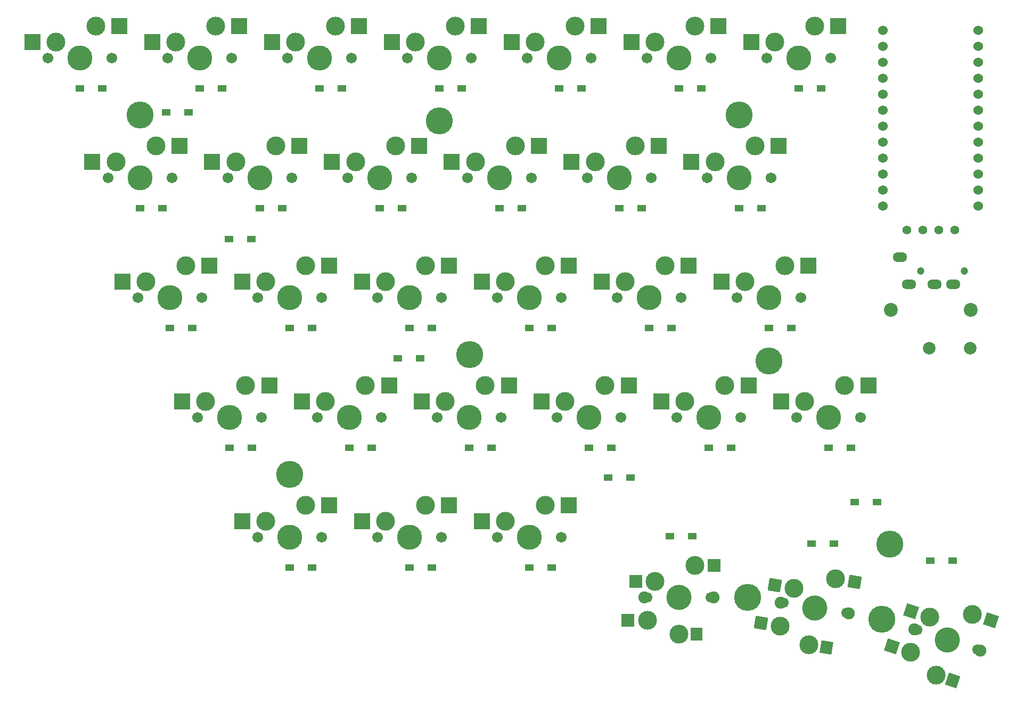
<source format=gbs>
%TF.GenerationSoftware,KiCad,Pcbnew,7.0.10*%
%TF.CreationDate,2024-02-19T14:02:23+09:00*%
%TF.ProjectId,keyball-row-staggered-left,6b657962-616c-46c2-9d72-6f772d737461,rev?*%
%TF.SameCoordinates,Original*%
%TF.FileFunction,Soldermask,Bot*%
%TF.FilePolarity,Negative*%
%FSLAX46Y46*%
G04 Gerber Fmt 4.6, Leading zero omitted, Abs format (unit mm)*
G04 Created by KiCad (PCBNEW 7.0.10) date 2024-02-19 14:02:23*
%MOMM*%
%LPD*%
G01*
G04 APERTURE LIST*
G04 Aperture macros list*
%AMRotRect*
0 Rectangle, with rotation*
0 The origin of the aperture is its center*
0 $1 length*
0 $2 width*
0 $3 Rotation angle, in degrees counterclockwise*
0 Add horizontal line*
21,1,$1,$2,0,0,$3*%
G04 Aperture macros list end*
%ADD10C,1.701800*%
%ADD11C,3.000000*%
%ADD12C,3.987800*%
%ADD13R,2.550000X2.500000*%
%ADD14C,1.900000*%
%ADD15C,1.700000*%
%ADD16C,4.000000*%
%ADD17R,2.000000X2.000000*%
%ADD18R,1.900000X2.000000*%
%ADD19RotRect,2.000000X2.000000X162.000000*%
%ADD20RotRect,1.900000X2.000000X162.000000*%
%ADD21C,2.200000*%
%ADD22RotRect,2.000000X2.000000X171.000000*%
%ADD23RotRect,1.900000X2.000000X171.000000*%
%ADD24C,4.300000*%
%ADD25C,1.397000*%
%ADD26C,2.000000*%
%ADD27C,1.524000*%
%ADD28C,1.200000*%
%ADD29O,2.300000X1.500000*%
%ADD30R,1.400000X1.000000*%
G04 APERTURE END LIST*
D10*
%TO.C,SW8*%
X33020000Y-47625000D03*
D11*
X34290000Y-45085000D03*
D12*
X38100000Y-47625000D03*
D11*
X40640000Y-42545000D03*
D10*
X43180000Y-47625000D03*
D13*
X44390000Y-42545000D03*
X30540000Y-45085000D03*
%TD*%
D10*
%TO.C,SW26*%
X56832500Y-104775000D03*
D11*
X58102500Y-102235000D03*
D12*
X61912500Y-104775000D03*
D11*
X64452500Y-99695000D03*
D10*
X66992500Y-104775000D03*
D13*
X68202500Y-99695000D03*
X54352500Y-102235000D03*
%TD*%
D14*
%TO.C,SW29*%
X118325000Y-114300000D03*
D15*
X118745000Y-114300000D03*
D11*
X118825000Y-118000000D03*
X120015000Y-111760000D03*
D16*
X123825000Y-114300000D03*
D11*
X123825000Y-120200000D03*
X126365000Y-109220000D03*
D15*
X128905000Y-114300000D03*
D14*
X129325000Y-114300000D03*
D17*
X115725000Y-118000000D03*
X116925000Y-111760000D03*
D18*
X126625000Y-120200000D03*
D17*
X129425000Y-109220000D03*
%TD*%
D14*
%TO.C,SW31*%
X161275299Y-119362269D03*
D15*
X161674743Y-119492056D03*
D11*
X160607465Y-123035686D03*
X163667488Y-117468824D03*
D16*
X166506110Y-121061862D03*
D11*
X164682910Y-126673095D03*
X170491600Y-117015398D03*
D15*
X171337477Y-122631668D03*
D14*
X171736921Y-122761455D03*
D19*
X157659189Y-122077733D03*
X160728723Y-116513961D03*
D20*
X167345868Y-127538343D03*
D19*
X173401833Y-117960990D03*
%TD*%
D21*
%TO.C,J2*%
X157480000Y-68580000D03*
%TD*%
D10*
%TO.C,SW24*%
X123507500Y-85725000D03*
D11*
X124777500Y-83185000D03*
D12*
X128587500Y-85725000D03*
D11*
X131127500Y-80645000D03*
D10*
X133667500Y-85725000D03*
D13*
X134877500Y-80645000D03*
X121027500Y-83185000D03*
%TD*%
D10*
%TO.C,SW3*%
X61595000Y-28575000D03*
D11*
X62865000Y-26035000D03*
D12*
X66675000Y-28575000D03*
D11*
X69215000Y-23495000D03*
D10*
X71755000Y-28575000D03*
D13*
X72965000Y-23495000D03*
X59115000Y-26035000D03*
%TD*%
D14*
%TO.C,SW30*%
X139996205Y-115140265D03*
D15*
X140411034Y-115205968D03*
D11*
X139911242Y-118872930D03*
X142062742Y-112895911D03*
D16*
X145428491Y-116000655D03*
D11*
X144505528Y-121828016D03*
X148731906Y-111380542D03*
D15*
X150445948Y-116795342D03*
D14*
X150860777Y-116861045D03*
D22*
X136849408Y-118387983D03*
X139010785Y-112412529D03*
D23*
X147271055Y-122266033D03*
D22*
X151754233Y-111859231D03*
%TD*%
D24*
%TO.C,J6*%
X133350000Y-37592000D03*
%TD*%
D10*
%TO.C,SW10*%
X71120000Y-47625000D03*
D11*
X72390000Y-45085000D03*
D12*
X76200000Y-47625000D03*
D11*
X78740000Y-42545000D03*
D10*
X81280000Y-47625000D03*
D13*
X82490000Y-42545000D03*
X68640000Y-45085000D03*
%TD*%
D24*
%TO.C,J9*%
X61925200Y-94742000D03*
%TD*%
D10*
%TO.C,SW7*%
X137795000Y-28575000D03*
D11*
X139065000Y-26035000D03*
D12*
X142875000Y-28575000D03*
D11*
X145415000Y-23495000D03*
D10*
X147955000Y-28575000D03*
D13*
X149165000Y-23495000D03*
X135315000Y-26035000D03*
%TD*%
D10*
%TO.C,SW15*%
X56832500Y-66675000D03*
D11*
X58102500Y-64135000D03*
D12*
X61912500Y-66675000D03*
D11*
X64452500Y-61595000D03*
D10*
X66992500Y-66675000D03*
D13*
X68202500Y-61595000D03*
X54352500Y-64135000D03*
%TD*%
D24*
%TO.C,J8*%
X138099800Y-76708000D03*
%TD*%
D10*
%TO.C,SW12*%
X109220000Y-47625000D03*
D11*
X110490000Y-45085000D03*
D12*
X114300000Y-47625000D03*
D11*
X116840000Y-42545000D03*
D10*
X119380000Y-47625000D03*
D13*
X120590000Y-42545000D03*
X106740000Y-45085000D03*
%TD*%
D10*
%TO.C,SW28*%
X94932500Y-104775000D03*
D11*
X96202500Y-102235000D03*
D12*
X100012500Y-104775000D03*
D11*
X102552500Y-99695000D03*
D10*
X105092500Y-104775000D03*
D13*
X106302500Y-99695000D03*
X92452500Y-102235000D03*
%TD*%
D10*
%TO.C,SW21*%
X66357500Y-85725000D03*
D11*
X67627500Y-83185000D03*
D12*
X71437500Y-85725000D03*
D11*
X73977500Y-80645000D03*
D10*
X76517500Y-85725000D03*
D13*
X77727500Y-80645000D03*
X63877500Y-83185000D03*
%TD*%
D10*
%TO.C,SW2*%
X42545000Y-28575000D03*
D11*
X43815000Y-26035000D03*
D12*
X47625000Y-28575000D03*
D11*
X50165000Y-23495000D03*
D10*
X52705000Y-28575000D03*
D13*
X53915000Y-23495000D03*
X40065000Y-26035000D03*
%TD*%
D10*
%TO.C,SW4*%
X80645000Y-28575000D03*
D11*
X81915000Y-26035000D03*
D12*
X85725000Y-28575000D03*
D11*
X88265000Y-23495000D03*
D10*
X90805000Y-28575000D03*
D13*
X92015000Y-23495000D03*
X78165000Y-26035000D03*
%TD*%
D24*
%TO.C,J5*%
X85750400Y-38582600D03*
%TD*%
D10*
%TO.C,SW25*%
X142557500Y-85725000D03*
D11*
X143827500Y-83185000D03*
D12*
X147637500Y-85725000D03*
D11*
X150177500Y-80645000D03*
D10*
X152717500Y-85725000D03*
D13*
X153927500Y-80645000D03*
X140077500Y-83185000D03*
%TD*%
D10*
%TO.C,SW9*%
X52070000Y-47625000D03*
D11*
X53340000Y-45085000D03*
D12*
X57150000Y-47625000D03*
D11*
X59690000Y-42545000D03*
D10*
X62230000Y-47625000D03*
D13*
X63440000Y-42545000D03*
X49590000Y-45085000D03*
%TD*%
D24*
%TO.C,J10*%
X157378400Y-105867200D03*
%TD*%
D25*
%TO.C,OL1*%
X160020000Y-55880000D03*
X162560000Y-55880000D03*
X165100000Y-55880000D03*
X167640000Y-55880000D03*
%TD*%
D24*
%TO.C,J7*%
X90500200Y-75692000D03*
%TD*%
D26*
%TO.C,SW_RESET1*%
X163628000Y-74676000D03*
X170128000Y-74676000D03*
%TD*%
D10*
%TO.C,SW17*%
X94932500Y-66675000D03*
D11*
X96202500Y-64135000D03*
D12*
X100012500Y-66675000D03*
D11*
X102552500Y-61595000D03*
D10*
X105092500Y-66675000D03*
D13*
X106302500Y-61595000D03*
X92452500Y-64135000D03*
%TD*%
D10*
%TO.C,SW18*%
X113982500Y-66675000D03*
D11*
X115252500Y-64135000D03*
D12*
X119062500Y-66675000D03*
D11*
X121602500Y-61595000D03*
D10*
X124142500Y-66675000D03*
D13*
X125352500Y-61595000D03*
X111502500Y-64135000D03*
%TD*%
D27*
%TO.C,U1*%
X171430000Y-24130000D03*
X171430000Y-26670000D03*
X171430000Y-29210000D03*
X171430000Y-31750000D03*
X171430000Y-34290000D03*
X171430000Y-36830000D03*
X171430000Y-39370000D03*
X171430000Y-41910000D03*
X171430000Y-44450000D03*
X171430000Y-46990000D03*
X171430000Y-49530000D03*
X171430000Y-52070000D03*
X156210000Y-52070000D03*
X156210000Y-49530000D03*
X156210000Y-46990000D03*
X156210000Y-44450000D03*
X156210000Y-41910000D03*
X156210000Y-39370000D03*
X156210000Y-36830000D03*
X156210000Y-34290000D03*
X156210000Y-31750000D03*
X156210000Y-29210000D03*
X156210000Y-26670000D03*
X156210000Y-24130000D03*
%TD*%
D10*
%TO.C,SW5*%
X99695000Y-28575000D03*
D11*
X100965000Y-26035000D03*
D12*
X104775000Y-28575000D03*
D11*
X107315000Y-23495000D03*
D10*
X109855000Y-28575000D03*
D13*
X111065000Y-23495000D03*
X97215000Y-26035000D03*
%TD*%
D10*
%TO.C,SW22*%
X85407500Y-85725000D03*
D11*
X86677500Y-83185000D03*
D12*
X90487500Y-85725000D03*
D11*
X93027500Y-80645000D03*
D10*
X95567500Y-85725000D03*
D13*
X96777500Y-80645000D03*
X82927500Y-83185000D03*
%TD*%
D10*
%TO.C,SW13*%
X128270000Y-47625000D03*
D11*
X129540000Y-45085000D03*
D12*
X133350000Y-47625000D03*
D11*
X135890000Y-42545000D03*
D10*
X138430000Y-47625000D03*
D13*
X139640000Y-42545000D03*
X125790000Y-45085000D03*
%TD*%
D10*
%TO.C,SW11*%
X90170000Y-47625000D03*
D11*
X91440000Y-45085000D03*
D12*
X95250000Y-47625000D03*
D11*
X97790000Y-42545000D03*
D10*
X100330000Y-47625000D03*
D13*
X101540000Y-42545000D03*
X87690000Y-45085000D03*
%TD*%
D10*
%TO.C,SW23*%
X104457500Y-85725000D03*
D11*
X105727500Y-83185000D03*
D12*
X109537500Y-85725000D03*
D11*
X112077500Y-80645000D03*
D10*
X114617500Y-85725000D03*
D13*
X115827500Y-80645000D03*
X101977500Y-83185000D03*
%TD*%
D24*
%TO.C,J4*%
X38100000Y-37592000D03*
%TD*%
%TO.C,J11*%
X134696200Y-114325400D03*
%TD*%
D10*
%TO.C,SW27*%
X75882500Y-104775000D03*
D11*
X77152500Y-102235000D03*
D12*
X80962500Y-104775000D03*
D11*
X83502500Y-99695000D03*
D10*
X86042500Y-104775000D03*
D13*
X87252500Y-99695000D03*
X73402500Y-102235000D03*
%TD*%
D28*
%TO.C,J1*%
X169214800Y-62382400D03*
X162214800Y-62382400D03*
D29*
X158914800Y-60232400D03*
X167414800Y-64532400D03*
X164414800Y-64532400D03*
X160414800Y-64532400D03*
%TD*%
D10*
%TO.C,SW20*%
X47307500Y-85725000D03*
D11*
X48577500Y-83185000D03*
D12*
X52387500Y-85725000D03*
D11*
X54927500Y-80645000D03*
D10*
X57467500Y-85725000D03*
D13*
X58677500Y-80645000D03*
X44827500Y-83185000D03*
%TD*%
D10*
%TO.C,SW19*%
X133032500Y-66675000D03*
D11*
X134302500Y-64135000D03*
D12*
X138112500Y-66675000D03*
D11*
X140652500Y-61595000D03*
D10*
X143192500Y-66675000D03*
D13*
X144402500Y-61595000D03*
X130552500Y-64135000D03*
%TD*%
D24*
%TO.C,J12*%
X156108400Y-117830600D03*
%TD*%
D10*
%TO.C,SW16*%
X75882500Y-66675000D03*
D11*
X77152500Y-64135000D03*
D12*
X80962500Y-66675000D03*
D11*
X83502500Y-61595000D03*
D10*
X86042500Y-66675000D03*
D13*
X87252500Y-61595000D03*
X73402500Y-64135000D03*
%TD*%
D21*
%TO.C,J3*%
X170180000Y-68580000D03*
%TD*%
D10*
%TO.C,SW14*%
X37782500Y-66675000D03*
D11*
X39052500Y-64135000D03*
D12*
X42862500Y-66675000D03*
D11*
X45402500Y-61595000D03*
D10*
X47942500Y-66675000D03*
D13*
X49152500Y-61595000D03*
X35302500Y-64135000D03*
%TD*%
D10*
%TO.C,SW6*%
X118745000Y-28575000D03*
D11*
X120015000Y-26035000D03*
D12*
X123825000Y-28575000D03*
D11*
X126365000Y-23495000D03*
D10*
X128905000Y-28575000D03*
D13*
X130115000Y-23495000D03*
X116265000Y-26035000D03*
%TD*%
D10*
%TO.C,SW1*%
X23495000Y-28575000D03*
D11*
X24765000Y-26035000D03*
D12*
X28575000Y-28575000D03*
D11*
X31115000Y-23495000D03*
D10*
X33655000Y-28575000D03*
D13*
X34865000Y-23495000D03*
X21015000Y-26035000D03*
%TD*%
D30*
%TO.C,D14*%
X46412500Y-71437500D03*
X42862500Y-71437500D03*
%TD*%
%TO.C,D19*%
X141662500Y-71437500D03*
X138112500Y-71437500D03*
%TD*%
%TO.C,D30*%
X148409200Y-105740200D03*
X144859200Y-105740200D03*
%TD*%
%TO.C,D31*%
X167295000Y-108510000D03*
X163745000Y-108510000D03*
%TD*%
%TO.C,D23*%
X113087500Y-90487500D03*
X109537500Y-90487500D03*
%TD*%
%TO.C,D9*%
X60700000Y-52387500D03*
X57150000Y-52387500D03*
%TD*%
%TO.C,D26*%
X65462500Y-109537500D03*
X61912500Y-109537500D03*
%TD*%
%TO.C,D34*%
X55823200Y-57302400D03*
X52273200Y-57302400D03*
%TD*%
%TO.C,D27*%
X84512500Y-109537500D03*
X80962500Y-109537500D03*
%TD*%
%TO.C,D22*%
X94037500Y-90487500D03*
X90487500Y-90487500D03*
%TD*%
%TO.C,D4*%
X89275000Y-33337500D03*
X85725000Y-33337500D03*
%TD*%
%TO.C,D21*%
X74987500Y-90487500D03*
X71437500Y-90487500D03*
%TD*%
%TO.C,D33*%
X45818600Y-37185600D03*
X42268600Y-37185600D03*
%TD*%
%TO.C,D32*%
X155343400Y-99187000D03*
X151793400Y-99187000D03*
%TD*%
%TO.C,D2*%
X51175000Y-33337500D03*
X47625000Y-33337500D03*
%TD*%
%TO.C,D6*%
X127375000Y-33337500D03*
X123825000Y-33337500D03*
%TD*%
%TO.C,D15*%
X65462500Y-71437500D03*
X61912500Y-71437500D03*
%TD*%
%TO.C,D13*%
X136900000Y-52387500D03*
X133350000Y-52387500D03*
%TD*%
%TO.C,D25*%
X151187500Y-90487500D03*
X147637500Y-90487500D03*
%TD*%
%TO.C,D29*%
X125904800Y-104571800D03*
X122354800Y-104571800D03*
%TD*%
%TO.C,D11*%
X98800000Y-52387500D03*
X95250000Y-52387500D03*
%TD*%
%TO.C,D10*%
X79750000Y-52387500D03*
X76200000Y-52387500D03*
%TD*%
%TO.C,D18*%
X122612500Y-71437500D03*
X119062500Y-71437500D03*
%TD*%
%TO.C,D12*%
X117850000Y-52387500D03*
X114300000Y-52387500D03*
%TD*%
%TO.C,D5*%
X108325000Y-33337500D03*
X104775000Y-33337500D03*
%TD*%
%TO.C,D36*%
X116075000Y-95250000D03*
X112525000Y-95250000D03*
%TD*%
%TO.C,D16*%
X84512500Y-71437500D03*
X80962500Y-71437500D03*
%TD*%
%TO.C,D3*%
X70225000Y-33337500D03*
X66675000Y-33337500D03*
%TD*%
%TO.C,D24*%
X132137500Y-90487500D03*
X128587500Y-90487500D03*
%TD*%
%TO.C,D20*%
X55937500Y-90487500D03*
X52387500Y-90487500D03*
%TD*%
%TO.C,D8*%
X41650000Y-52387500D03*
X38100000Y-52387500D03*
%TD*%
%TO.C,D17*%
X103562500Y-71437500D03*
X100012500Y-71437500D03*
%TD*%
%TO.C,D35*%
X82645600Y-76327000D03*
X79095600Y-76327000D03*
%TD*%
%TO.C,D7*%
X146425000Y-33337500D03*
X142875000Y-33337500D03*
%TD*%
%TO.C,D1*%
X32125000Y-33337500D03*
X28575000Y-33337500D03*
%TD*%
%TO.C,D28*%
X103562500Y-109537500D03*
X100012500Y-109537500D03*
%TD*%
M02*

</source>
